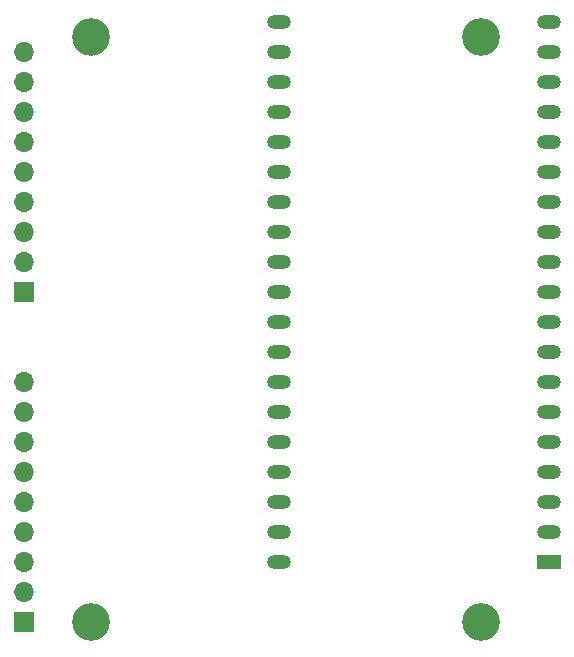
<source format=gbr>
%TF.GenerationSoftware,KiCad,Pcbnew,(5.1.9)-1*%
%TF.CreationDate,2021-05-14T21:25:46-04:00*%
%TF.ProjectId,AtariWiiWifi,41746172-6957-4696-9957-6966692e6b69,rev?*%
%TF.SameCoordinates,Original*%
%TF.FileFunction,Soldermask,Bot*%
%TF.FilePolarity,Negative*%
%FSLAX46Y46*%
G04 Gerber Fmt 4.6, Leading zero omitted, Abs format (unit mm)*
G04 Created by KiCad (PCBNEW (5.1.9)-1) date 2021-05-14 21:25:46*
%MOMM*%
%LPD*%
G01*
G04 APERTURE LIST*
%ADD10C,3.200000*%
%ADD11O,1.700000X1.700000*%
%ADD12R,1.700000X1.700000*%
%ADD13O,2.000000X1.200000*%
%ADD14R,2.000000X1.200000*%
G04 APERTURE END LIST*
D10*
%TO.C,REF\u002A\u002A*%
X135255000Y-71120000D03*
%TD*%
%TO.C,REF\u002A\u002A*%
X168275000Y-71120000D03*
%TD*%
%TO.C,REF\u002A\u002A*%
X135255000Y-120650000D03*
%TD*%
%TO.C,REF\u002A\u002A*%
X168275000Y-120650000D03*
%TD*%
D11*
%TO.C,J1A1*%
X129540000Y-100330000D03*
X129540000Y-102870000D03*
X129540000Y-105410000D03*
X129540000Y-107950000D03*
X129540000Y-110490000D03*
X129540000Y-113030000D03*
X129540000Y-115570000D03*
X129540000Y-118110000D03*
D12*
X129540000Y-120650000D03*
%TD*%
%TO.C,J2A1*%
X129540000Y-92710000D03*
D11*
X129540000Y-90170000D03*
X129540000Y-87630000D03*
X129540000Y-85090000D03*
X129540000Y-82550000D03*
X129540000Y-80010000D03*
X129540000Y-77470000D03*
X129540000Y-74930000D03*
X129540000Y-72390000D03*
%TD*%
D13*
%TO.C,U4*%
X151130000Y-115570000D03*
D14*
X173990000Y-115570000D03*
D13*
X151130000Y-113030000D03*
X173990000Y-113030000D03*
X151130000Y-110490000D03*
X173990000Y-110490000D03*
X151130000Y-107950000D03*
X173990000Y-107950000D03*
X151130000Y-105410000D03*
X173990000Y-105410000D03*
X151130000Y-102870000D03*
X173990000Y-102870000D03*
X151130000Y-100330000D03*
X173990000Y-100330000D03*
X151130000Y-97790000D03*
X173990000Y-97790000D03*
X151130000Y-95250000D03*
X173990000Y-95250000D03*
X151130000Y-92710000D03*
X173990000Y-92710000D03*
X151130000Y-90170000D03*
X173990000Y-90170000D03*
X151130000Y-87630000D03*
X173990000Y-87630000D03*
X151130000Y-85090000D03*
X173990000Y-85090000D03*
X151130000Y-82550000D03*
X173990000Y-82550000D03*
X151130000Y-80010000D03*
X173990000Y-80010000D03*
X151130000Y-77470000D03*
X173990000Y-77470000D03*
X151130000Y-74930000D03*
X173990000Y-74930000D03*
X151130000Y-72390000D03*
X173990000Y-72390000D03*
X151130000Y-69850000D03*
X173990000Y-69850000D03*
%TD*%
M02*

</source>
